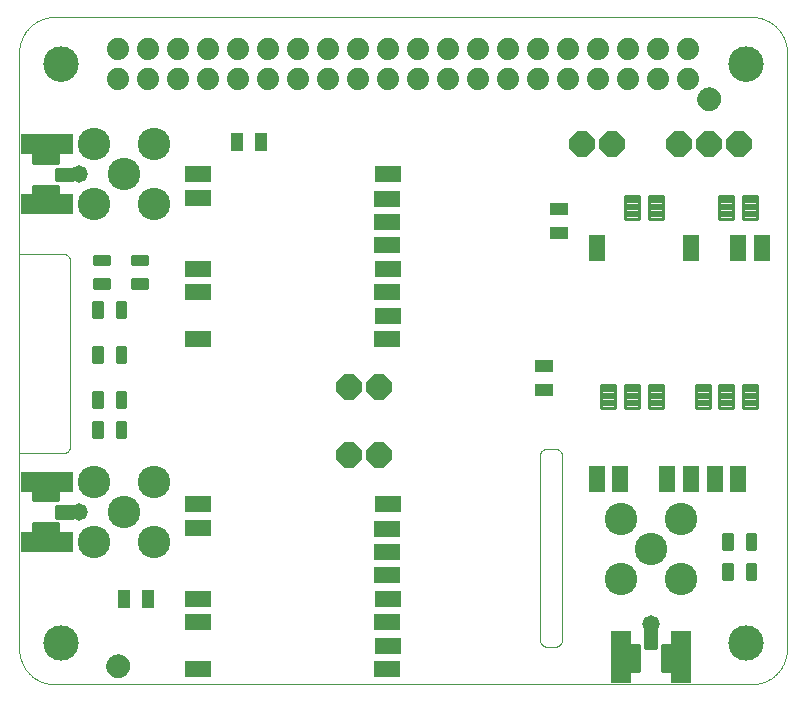
<source format=gts>
G75*
%MOIN*%
%OFA0B0*%
%FSLAX25Y25*%
%IPPOS*%
%LPD*%
%AMOC8*
5,1,8,0,0,1.08239X$1,22.5*
%
%ADD10C,0.00000*%
%ADD11C,0.11824*%
%ADD12C,0.07400*%
%ADD13C,0.04737*%
%ADD14C,0.01969*%
%ADD15R,0.08674X0.05800*%
%ADD16C,0.10800*%
%ADD17R,0.04350X0.05918*%
%ADD18OC8,0.08400*%
%ADD19C,0.01160*%
%ADD20R,0.05800X0.08674*%
%ADD21R,0.05918X0.04350*%
%ADD22C,0.00960*%
%ADD23C,0.05800*%
%ADD24R,0.17800X0.06800*%
%ADD25R,0.06800X0.17800*%
%ADD26C,0.00987*%
D10*
X0067595Y0040744D02*
X0067595Y0239563D01*
X0067598Y0239848D01*
X0067609Y0240134D01*
X0067626Y0240419D01*
X0067650Y0240703D01*
X0067681Y0240987D01*
X0067719Y0241270D01*
X0067764Y0241551D01*
X0067815Y0241832D01*
X0067873Y0242112D01*
X0067938Y0242390D01*
X0068010Y0242666D01*
X0068088Y0242940D01*
X0068173Y0243213D01*
X0068265Y0243483D01*
X0068363Y0243751D01*
X0068467Y0244017D01*
X0068578Y0244280D01*
X0068695Y0244540D01*
X0068818Y0244798D01*
X0068948Y0245052D01*
X0069084Y0245303D01*
X0069225Y0245551D01*
X0069373Y0245795D01*
X0069526Y0246036D01*
X0069686Y0246272D01*
X0069851Y0246505D01*
X0070021Y0246734D01*
X0070197Y0246959D01*
X0070379Y0247179D01*
X0070565Y0247395D01*
X0070757Y0247606D01*
X0070954Y0247813D01*
X0071156Y0248015D01*
X0071363Y0248212D01*
X0071574Y0248404D01*
X0071790Y0248590D01*
X0072010Y0248772D01*
X0072235Y0248948D01*
X0072464Y0249118D01*
X0072697Y0249283D01*
X0072933Y0249443D01*
X0073174Y0249596D01*
X0073418Y0249744D01*
X0073666Y0249885D01*
X0073917Y0250021D01*
X0074171Y0250151D01*
X0074429Y0250274D01*
X0074689Y0250391D01*
X0074952Y0250502D01*
X0075218Y0250606D01*
X0075486Y0250704D01*
X0075756Y0250796D01*
X0076029Y0250881D01*
X0076303Y0250959D01*
X0076579Y0251031D01*
X0076857Y0251096D01*
X0077137Y0251154D01*
X0077418Y0251205D01*
X0077699Y0251250D01*
X0077982Y0251288D01*
X0078266Y0251319D01*
X0078550Y0251343D01*
X0078835Y0251360D01*
X0079121Y0251371D01*
X0079406Y0251374D01*
X0311690Y0251374D01*
X0311975Y0251371D01*
X0312261Y0251360D01*
X0312546Y0251343D01*
X0312830Y0251319D01*
X0313114Y0251288D01*
X0313397Y0251250D01*
X0313678Y0251205D01*
X0313959Y0251154D01*
X0314239Y0251096D01*
X0314517Y0251031D01*
X0314793Y0250959D01*
X0315067Y0250881D01*
X0315340Y0250796D01*
X0315610Y0250704D01*
X0315878Y0250606D01*
X0316144Y0250502D01*
X0316407Y0250391D01*
X0316667Y0250274D01*
X0316925Y0250151D01*
X0317179Y0250021D01*
X0317430Y0249885D01*
X0317678Y0249744D01*
X0317922Y0249596D01*
X0318163Y0249443D01*
X0318399Y0249283D01*
X0318632Y0249118D01*
X0318861Y0248948D01*
X0319086Y0248772D01*
X0319306Y0248590D01*
X0319522Y0248404D01*
X0319733Y0248212D01*
X0319940Y0248015D01*
X0320142Y0247813D01*
X0320339Y0247606D01*
X0320531Y0247395D01*
X0320717Y0247179D01*
X0320899Y0246959D01*
X0321075Y0246734D01*
X0321245Y0246505D01*
X0321410Y0246272D01*
X0321570Y0246036D01*
X0321723Y0245795D01*
X0321871Y0245551D01*
X0322012Y0245303D01*
X0322148Y0245052D01*
X0322278Y0244798D01*
X0322401Y0244540D01*
X0322518Y0244280D01*
X0322629Y0244017D01*
X0322733Y0243751D01*
X0322831Y0243483D01*
X0322923Y0243213D01*
X0323008Y0242940D01*
X0323086Y0242666D01*
X0323158Y0242390D01*
X0323223Y0242112D01*
X0323281Y0241832D01*
X0323332Y0241551D01*
X0323377Y0241270D01*
X0323415Y0240987D01*
X0323446Y0240703D01*
X0323470Y0240419D01*
X0323487Y0240134D01*
X0323498Y0239848D01*
X0323501Y0239563D01*
X0323501Y0040744D01*
X0323498Y0040459D01*
X0323487Y0040173D01*
X0323470Y0039888D01*
X0323446Y0039604D01*
X0323415Y0039320D01*
X0323377Y0039037D01*
X0323332Y0038756D01*
X0323281Y0038475D01*
X0323223Y0038195D01*
X0323158Y0037917D01*
X0323086Y0037641D01*
X0323008Y0037367D01*
X0322923Y0037094D01*
X0322831Y0036824D01*
X0322733Y0036556D01*
X0322629Y0036290D01*
X0322518Y0036027D01*
X0322401Y0035767D01*
X0322278Y0035509D01*
X0322148Y0035255D01*
X0322012Y0035004D01*
X0321871Y0034756D01*
X0321723Y0034512D01*
X0321570Y0034271D01*
X0321410Y0034035D01*
X0321245Y0033802D01*
X0321075Y0033573D01*
X0320899Y0033348D01*
X0320717Y0033128D01*
X0320531Y0032912D01*
X0320339Y0032701D01*
X0320142Y0032494D01*
X0319940Y0032292D01*
X0319733Y0032095D01*
X0319522Y0031903D01*
X0319306Y0031717D01*
X0319086Y0031535D01*
X0318861Y0031359D01*
X0318632Y0031189D01*
X0318399Y0031024D01*
X0318163Y0030864D01*
X0317922Y0030711D01*
X0317678Y0030563D01*
X0317430Y0030422D01*
X0317179Y0030286D01*
X0316925Y0030156D01*
X0316667Y0030033D01*
X0316407Y0029916D01*
X0316144Y0029805D01*
X0315878Y0029701D01*
X0315610Y0029603D01*
X0315340Y0029511D01*
X0315067Y0029426D01*
X0314793Y0029348D01*
X0314517Y0029276D01*
X0314239Y0029211D01*
X0313959Y0029153D01*
X0313678Y0029102D01*
X0313397Y0029057D01*
X0313114Y0029019D01*
X0312830Y0028988D01*
X0312546Y0028964D01*
X0312261Y0028947D01*
X0311975Y0028936D01*
X0311690Y0028933D01*
X0079406Y0028933D01*
X0079121Y0028936D01*
X0078835Y0028947D01*
X0078550Y0028964D01*
X0078266Y0028988D01*
X0077982Y0029019D01*
X0077699Y0029057D01*
X0077418Y0029102D01*
X0077137Y0029153D01*
X0076857Y0029211D01*
X0076579Y0029276D01*
X0076303Y0029348D01*
X0076029Y0029426D01*
X0075756Y0029511D01*
X0075486Y0029603D01*
X0075218Y0029701D01*
X0074952Y0029805D01*
X0074689Y0029916D01*
X0074429Y0030033D01*
X0074171Y0030156D01*
X0073917Y0030286D01*
X0073666Y0030422D01*
X0073418Y0030563D01*
X0073174Y0030711D01*
X0072933Y0030864D01*
X0072697Y0031024D01*
X0072464Y0031189D01*
X0072235Y0031359D01*
X0072010Y0031535D01*
X0071790Y0031717D01*
X0071574Y0031903D01*
X0071363Y0032095D01*
X0071156Y0032292D01*
X0070954Y0032494D01*
X0070757Y0032701D01*
X0070565Y0032912D01*
X0070379Y0033128D01*
X0070197Y0033348D01*
X0070021Y0033573D01*
X0069851Y0033802D01*
X0069686Y0034035D01*
X0069526Y0034271D01*
X0069373Y0034512D01*
X0069225Y0034756D01*
X0069084Y0035004D01*
X0068948Y0035255D01*
X0068818Y0035509D01*
X0068695Y0035767D01*
X0068578Y0036027D01*
X0068467Y0036290D01*
X0068363Y0036556D01*
X0068265Y0036824D01*
X0068173Y0037094D01*
X0068088Y0037367D01*
X0068010Y0037641D01*
X0067938Y0037917D01*
X0067873Y0038195D01*
X0067815Y0038475D01*
X0067764Y0038756D01*
X0067719Y0039037D01*
X0067681Y0039320D01*
X0067650Y0039604D01*
X0067626Y0039888D01*
X0067609Y0040173D01*
X0067598Y0040459D01*
X0067595Y0040744D01*
X0075863Y0042713D02*
X0075865Y0042861D01*
X0075871Y0043009D01*
X0075881Y0043157D01*
X0075895Y0043304D01*
X0075913Y0043451D01*
X0075934Y0043597D01*
X0075960Y0043743D01*
X0075990Y0043888D01*
X0076023Y0044032D01*
X0076061Y0044175D01*
X0076102Y0044317D01*
X0076147Y0044458D01*
X0076195Y0044598D01*
X0076248Y0044737D01*
X0076304Y0044874D01*
X0076364Y0045009D01*
X0076427Y0045143D01*
X0076494Y0045275D01*
X0076565Y0045405D01*
X0076639Y0045533D01*
X0076716Y0045659D01*
X0076797Y0045783D01*
X0076881Y0045905D01*
X0076968Y0046024D01*
X0077059Y0046141D01*
X0077153Y0046256D01*
X0077249Y0046368D01*
X0077349Y0046478D01*
X0077451Y0046584D01*
X0077557Y0046688D01*
X0077665Y0046789D01*
X0077776Y0046887D01*
X0077889Y0046983D01*
X0078005Y0047075D01*
X0078123Y0047164D01*
X0078244Y0047249D01*
X0078367Y0047332D01*
X0078492Y0047411D01*
X0078619Y0047487D01*
X0078748Y0047559D01*
X0078879Y0047628D01*
X0079012Y0047693D01*
X0079147Y0047754D01*
X0079283Y0047812D01*
X0079420Y0047867D01*
X0079559Y0047917D01*
X0079700Y0047964D01*
X0079841Y0048007D01*
X0079984Y0048047D01*
X0080128Y0048082D01*
X0080272Y0048114D01*
X0080418Y0048141D01*
X0080564Y0048165D01*
X0080711Y0048185D01*
X0080858Y0048201D01*
X0081005Y0048213D01*
X0081153Y0048221D01*
X0081301Y0048225D01*
X0081449Y0048225D01*
X0081597Y0048221D01*
X0081745Y0048213D01*
X0081892Y0048201D01*
X0082039Y0048185D01*
X0082186Y0048165D01*
X0082332Y0048141D01*
X0082478Y0048114D01*
X0082622Y0048082D01*
X0082766Y0048047D01*
X0082909Y0048007D01*
X0083050Y0047964D01*
X0083191Y0047917D01*
X0083330Y0047867D01*
X0083467Y0047812D01*
X0083603Y0047754D01*
X0083738Y0047693D01*
X0083871Y0047628D01*
X0084002Y0047559D01*
X0084131Y0047487D01*
X0084258Y0047411D01*
X0084383Y0047332D01*
X0084506Y0047249D01*
X0084627Y0047164D01*
X0084745Y0047075D01*
X0084861Y0046983D01*
X0084974Y0046887D01*
X0085085Y0046789D01*
X0085193Y0046688D01*
X0085299Y0046584D01*
X0085401Y0046478D01*
X0085501Y0046368D01*
X0085597Y0046256D01*
X0085691Y0046141D01*
X0085782Y0046024D01*
X0085869Y0045905D01*
X0085953Y0045783D01*
X0086034Y0045659D01*
X0086111Y0045533D01*
X0086185Y0045405D01*
X0086256Y0045275D01*
X0086323Y0045143D01*
X0086386Y0045009D01*
X0086446Y0044874D01*
X0086502Y0044737D01*
X0086555Y0044598D01*
X0086603Y0044458D01*
X0086648Y0044317D01*
X0086689Y0044175D01*
X0086727Y0044032D01*
X0086760Y0043888D01*
X0086790Y0043743D01*
X0086816Y0043597D01*
X0086837Y0043451D01*
X0086855Y0043304D01*
X0086869Y0043157D01*
X0086879Y0043009D01*
X0086885Y0042861D01*
X0086887Y0042713D01*
X0086885Y0042565D01*
X0086879Y0042417D01*
X0086869Y0042269D01*
X0086855Y0042122D01*
X0086837Y0041975D01*
X0086816Y0041829D01*
X0086790Y0041683D01*
X0086760Y0041538D01*
X0086727Y0041394D01*
X0086689Y0041251D01*
X0086648Y0041109D01*
X0086603Y0040968D01*
X0086555Y0040828D01*
X0086502Y0040689D01*
X0086446Y0040552D01*
X0086386Y0040417D01*
X0086323Y0040283D01*
X0086256Y0040151D01*
X0086185Y0040021D01*
X0086111Y0039893D01*
X0086034Y0039767D01*
X0085953Y0039643D01*
X0085869Y0039521D01*
X0085782Y0039402D01*
X0085691Y0039285D01*
X0085597Y0039170D01*
X0085501Y0039058D01*
X0085401Y0038948D01*
X0085299Y0038842D01*
X0085193Y0038738D01*
X0085085Y0038637D01*
X0084974Y0038539D01*
X0084861Y0038443D01*
X0084745Y0038351D01*
X0084627Y0038262D01*
X0084506Y0038177D01*
X0084383Y0038094D01*
X0084258Y0038015D01*
X0084131Y0037939D01*
X0084002Y0037867D01*
X0083871Y0037798D01*
X0083738Y0037733D01*
X0083603Y0037672D01*
X0083467Y0037614D01*
X0083330Y0037559D01*
X0083191Y0037509D01*
X0083050Y0037462D01*
X0082909Y0037419D01*
X0082766Y0037379D01*
X0082622Y0037344D01*
X0082478Y0037312D01*
X0082332Y0037285D01*
X0082186Y0037261D01*
X0082039Y0037241D01*
X0081892Y0037225D01*
X0081745Y0037213D01*
X0081597Y0037205D01*
X0081449Y0037201D01*
X0081301Y0037201D01*
X0081153Y0037205D01*
X0081005Y0037213D01*
X0080858Y0037225D01*
X0080711Y0037241D01*
X0080564Y0037261D01*
X0080418Y0037285D01*
X0080272Y0037312D01*
X0080128Y0037344D01*
X0079984Y0037379D01*
X0079841Y0037419D01*
X0079700Y0037462D01*
X0079559Y0037509D01*
X0079420Y0037559D01*
X0079283Y0037614D01*
X0079147Y0037672D01*
X0079012Y0037733D01*
X0078879Y0037798D01*
X0078748Y0037867D01*
X0078619Y0037939D01*
X0078492Y0038015D01*
X0078367Y0038094D01*
X0078244Y0038177D01*
X0078123Y0038262D01*
X0078005Y0038351D01*
X0077889Y0038443D01*
X0077776Y0038539D01*
X0077665Y0038637D01*
X0077557Y0038738D01*
X0077451Y0038842D01*
X0077349Y0038948D01*
X0077249Y0039058D01*
X0077153Y0039170D01*
X0077059Y0039285D01*
X0076968Y0039402D01*
X0076881Y0039521D01*
X0076797Y0039643D01*
X0076716Y0039767D01*
X0076639Y0039893D01*
X0076565Y0040021D01*
X0076494Y0040151D01*
X0076427Y0040283D01*
X0076364Y0040417D01*
X0076304Y0040552D01*
X0076248Y0040689D01*
X0076195Y0040828D01*
X0076147Y0040968D01*
X0076102Y0041109D01*
X0076061Y0041251D01*
X0076023Y0041394D01*
X0075990Y0041538D01*
X0075960Y0041683D01*
X0075934Y0041829D01*
X0075913Y0041975D01*
X0075895Y0042122D01*
X0075881Y0042269D01*
X0075871Y0042417D01*
X0075865Y0042565D01*
X0075863Y0042713D01*
X0082095Y0105933D02*
X0067595Y0105933D01*
X0067595Y0106433D01*
X0082095Y0105933D02*
X0082193Y0105935D01*
X0082291Y0105941D01*
X0082389Y0105950D01*
X0082486Y0105964D01*
X0082583Y0105981D01*
X0082679Y0106002D01*
X0082774Y0106027D01*
X0082868Y0106055D01*
X0082960Y0106088D01*
X0083052Y0106123D01*
X0083142Y0106163D01*
X0083230Y0106205D01*
X0083317Y0106252D01*
X0083401Y0106301D01*
X0083484Y0106354D01*
X0083564Y0106410D01*
X0083643Y0106470D01*
X0083719Y0106532D01*
X0083792Y0106597D01*
X0083863Y0106665D01*
X0083931Y0106736D01*
X0083996Y0106809D01*
X0084058Y0106885D01*
X0084118Y0106964D01*
X0084174Y0107044D01*
X0084227Y0107127D01*
X0084276Y0107211D01*
X0084323Y0107298D01*
X0084365Y0107386D01*
X0084405Y0107476D01*
X0084440Y0107568D01*
X0084473Y0107660D01*
X0084501Y0107754D01*
X0084526Y0107849D01*
X0084547Y0107945D01*
X0084564Y0108042D01*
X0084578Y0108139D01*
X0084587Y0108237D01*
X0084593Y0108335D01*
X0084595Y0108433D01*
X0084595Y0169933D01*
X0084593Y0170031D01*
X0084587Y0170129D01*
X0084578Y0170227D01*
X0084564Y0170324D01*
X0084547Y0170421D01*
X0084526Y0170517D01*
X0084501Y0170612D01*
X0084473Y0170706D01*
X0084440Y0170798D01*
X0084405Y0170890D01*
X0084365Y0170980D01*
X0084323Y0171068D01*
X0084276Y0171155D01*
X0084227Y0171239D01*
X0084174Y0171322D01*
X0084118Y0171402D01*
X0084058Y0171481D01*
X0083996Y0171557D01*
X0083931Y0171630D01*
X0083863Y0171701D01*
X0083792Y0171769D01*
X0083719Y0171834D01*
X0083643Y0171896D01*
X0083564Y0171956D01*
X0083484Y0172012D01*
X0083401Y0172065D01*
X0083317Y0172114D01*
X0083230Y0172161D01*
X0083142Y0172203D01*
X0083052Y0172243D01*
X0082960Y0172278D01*
X0082868Y0172311D01*
X0082774Y0172339D01*
X0082679Y0172364D01*
X0082583Y0172385D01*
X0082486Y0172402D01*
X0082389Y0172416D01*
X0082291Y0172425D01*
X0082193Y0172431D01*
X0082095Y0172433D01*
X0067595Y0172433D01*
X0075863Y0235626D02*
X0075865Y0235774D01*
X0075871Y0235922D01*
X0075881Y0236070D01*
X0075895Y0236217D01*
X0075913Y0236364D01*
X0075934Y0236510D01*
X0075960Y0236656D01*
X0075990Y0236801D01*
X0076023Y0236945D01*
X0076061Y0237088D01*
X0076102Y0237230D01*
X0076147Y0237371D01*
X0076195Y0237511D01*
X0076248Y0237650D01*
X0076304Y0237787D01*
X0076364Y0237922D01*
X0076427Y0238056D01*
X0076494Y0238188D01*
X0076565Y0238318D01*
X0076639Y0238446D01*
X0076716Y0238572D01*
X0076797Y0238696D01*
X0076881Y0238818D01*
X0076968Y0238937D01*
X0077059Y0239054D01*
X0077153Y0239169D01*
X0077249Y0239281D01*
X0077349Y0239391D01*
X0077451Y0239497D01*
X0077557Y0239601D01*
X0077665Y0239702D01*
X0077776Y0239800D01*
X0077889Y0239896D01*
X0078005Y0239988D01*
X0078123Y0240077D01*
X0078244Y0240162D01*
X0078367Y0240245D01*
X0078492Y0240324D01*
X0078619Y0240400D01*
X0078748Y0240472D01*
X0078879Y0240541D01*
X0079012Y0240606D01*
X0079147Y0240667D01*
X0079283Y0240725D01*
X0079420Y0240780D01*
X0079559Y0240830D01*
X0079700Y0240877D01*
X0079841Y0240920D01*
X0079984Y0240960D01*
X0080128Y0240995D01*
X0080272Y0241027D01*
X0080418Y0241054D01*
X0080564Y0241078D01*
X0080711Y0241098D01*
X0080858Y0241114D01*
X0081005Y0241126D01*
X0081153Y0241134D01*
X0081301Y0241138D01*
X0081449Y0241138D01*
X0081597Y0241134D01*
X0081745Y0241126D01*
X0081892Y0241114D01*
X0082039Y0241098D01*
X0082186Y0241078D01*
X0082332Y0241054D01*
X0082478Y0241027D01*
X0082622Y0240995D01*
X0082766Y0240960D01*
X0082909Y0240920D01*
X0083050Y0240877D01*
X0083191Y0240830D01*
X0083330Y0240780D01*
X0083467Y0240725D01*
X0083603Y0240667D01*
X0083738Y0240606D01*
X0083871Y0240541D01*
X0084002Y0240472D01*
X0084131Y0240400D01*
X0084258Y0240324D01*
X0084383Y0240245D01*
X0084506Y0240162D01*
X0084627Y0240077D01*
X0084745Y0239988D01*
X0084861Y0239896D01*
X0084974Y0239800D01*
X0085085Y0239702D01*
X0085193Y0239601D01*
X0085299Y0239497D01*
X0085401Y0239391D01*
X0085501Y0239281D01*
X0085597Y0239169D01*
X0085691Y0239054D01*
X0085782Y0238937D01*
X0085869Y0238818D01*
X0085953Y0238696D01*
X0086034Y0238572D01*
X0086111Y0238446D01*
X0086185Y0238318D01*
X0086256Y0238188D01*
X0086323Y0238056D01*
X0086386Y0237922D01*
X0086446Y0237787D01*
X0086502Y0237650D01*
X0086555Y0237511D01*
X0086603Y0237371D01*
X0086648Y0237230D01*
X0086689Y0237088D01*
X0086727Y0236945D01*
X0086760Y0236801D01*
X0086790Y0236656D01*
X0086816Y0236510D01*
X0086837Y0236364D01*
X0086855Y0236217D01*
X0086869Y0236070D01*
X0086879Y0235922D01*
X0086885Y0235774D01*
X0086887Y0235626D01*
X0086885Y0235478D01*
X0086879Y0235330D01*
X0086869Y0235182D01*
X0086855Y0235035D01*
X0086837Y0234888D01*
X0086816Y0234742D01*
X0086790Y0234596D01*
X0086760Y0234451D01*
X0086727Y0234307D01*
X0086689Y0234164D01*
X0086648Y0234022D01*
X0086603Y0233881D01*
X0086555Y0233741D01*
X0086502Y0233602D01*
X0086446Y0233465D01*
X0086386Y0233330D01*
X0086323Y0233196D01*
X0086256Y0233064D01*
X0086185Y0232934D01*
X0086111Y0232806D01*
X0086034Y0232680D01*
X0085953Y0232556D01*
X0085869Y0232434D01*
X0085782Y0232315D01*
X0085691Y0232198D01*
X0085597Y0232083D01*
X0085501Y0231971D01*
X0085401Y0231861D01*
X0085299Y0231755D01*
X0085193Y0231651D01*
X0085085Y0231550D01*
X0084974Y0231452D01*
X0084861Y0231356D01*
X0084745Y0231264D01*
X0084627Y0231175D01*
X0084506Y0231090D01*
X0084383Y0231007D01*
X0084258Y0230928D01*
X0084131Y0230852D01*
X0084002Y0230780D01*
X0083871Y0230711D01*
X0083738Y0230646D01*
X0083603Y0230585D01*
X0083467Y0230527D01*
X0083330Y0230472D01*
X0083191Y0230422D01*
X0083050Y0230375D01*
X0082909Y0230332D01*
X0082766Y0230292D01*
X0082622Y0230257D01*
X0082478Y0230225D01*
X0082332Y0230198D01*
X0082186Y0230174D01*
X0082039Y0230154D01*
X0081892Y0230138D01*
X0081745Y0230126D01*
X0081597Y0230118D01*
X0081449Y0230114D01*
X0081301Y0230114D01*
X0081153Y0230118D01*
X0081005Y0230126D01*
X0080858Y0230138D01*
X0080711Y0230154D01*
X0080564Y0230174D01*
X0080418Y0230198D01*
X0080272Y0230225D01*
X0080128Y0230257D01*
X0079984Y0230292D01*
X0079841Y0230332D01*
X0079700Y0230375D01*
X0079559Y0230422D01*
X0079420Y0230472D01*
X0079283Y0230527D01*
X0079147Y0230585D01*
X0079012Y0230646D01*
X0078879Y0230711D01*
X0078748Y0230780D01*
X0078619Y0230852D01*
X0078492Y0230928D01*
X0078367Y0231007D01*
X0078244Y0231090D01*
X0078123Y0231175D01*
X0078005Y0231264D01*
X0077889Y0231356D01*
X0077776Y0231452D01*
X0077665Y0231550D01*
X0077557Y0231651D01*
X0077451Y0231755D01*
X0077349Y0231861D01*
X0077249Y0231971D01*
X0077153Y0232083D01*
X0077059Y0232198D01*
X0076968Y0232315D01*
X0076881Y0232434D01*
X0076797Y0232556D01*
X0076716Y0232680D01*
X0076639Y0232806D01*
X0076565Y0232934D01*
X0076494Y0233064D01*
X0076427Y0233196D01*
X0076364Y0233330D01*
X0076304Y0233465D01*
X0076248Y0233602D01*
X0076195Y0233741D01*
X0076147Y0233881D01*
X0076102Y0234022D01*
X0076061Y0234164D01*
X0076023Y0234307D01*
X0075990Y0234451D01*
X0075960Y0234596D01*
X0075934Y0234742D01*
X0075913Y0234888D01*
X0075895Y0235035D01*
X0075881Y0235182D01*
X0075871Y0235330D01*
X0075865Y0235478D01*
X0075863Y0235626D01*
X0241095Y0104933D02*
X0241095Y0043933D01*
X0241097Y0043835D01*
X0241103Y0043737D01*
X0241112Y0043639D01*
X0241126Y0043542D01*
X0241143Y0043445D01*
X0241164Y0043349D01*
X0241189Y0043254D01*
X0241217Y0043160D01*
X0241250Y0043068D01*
X0241285Y0042976D01*
X0241325Y0042886D01*
X0241367Y0042798D01*
X0241414Y0042711D01*
X0241463Y0042627D01*
X0241516Y0042544D01*
X0241572Y0042464D01*
X0241632Y0042385D01*
X0241694Y0042309D01*
X0241759Y0042236D01*
X0241827Y0042165D01*
X0241898Y0042097D01*
X0241971Y0042032D01*
X0242047Y0041970D01*
X0242126Y0041910D01*
X0242206Y0041854D01*
X0242289Y0041801D01*
X0242373Y0041752D01*
X0242460Y0041705D01*
X0242548Y0041663D01*
X0242638Y0041623D01*
X0242730Y0041588D01*
X0242822Y0041555D01*
X0242916Y0041527D01*
X0243011Y0041502D01*
X0243107Y0041481D01*
X0243204Y0041464D01*
X0243301Y0041450D01*
X0243399Y0041441D01*
X0243497Y0041435D01*
X0243595Y0041433D01*
X0246095Y0041433D01*
X0246193Y0041435D01*
X0246291Y0041441D01*
X0246389Y0041450D01*
X0246486Y0041464D01*
X0246583Y0041481D01*
X0246679Y0041502D01*
X0246774Y0041527D01*
X0246868Y0041555D01*
X0246960Y0041588D01*
X0247052Y0041623D01*
X0247142Y0041663D01*
X0247230Y0041705D01*
X0247317Y0041752D01*
X0247401Y0041801D01*
X0247484Y0041854D01*
X0247564Y0041910D01*
X0247643Y0041970D01*
X0247719Y0042032D01*
X0247792Y0042097D01*
X0247863Y0042165D01*
X0247931Y0042236D01*
X0247996Y0042309D01*
X0248058Y0042385D01*
X0248118Y0042464D01*
X0248174Y0042544D01*
X0248227Y0042627D01*
X0248276Y0042711D01*
X0248323Y0042798D01*
X0248365Y0042886D01*
X0248405Y0042976D01*
X0248440Y0043068D01*
X0248473Y0043160D01*
X0248501Y0043254D01*
X0248526Y0043349D01*
X0248547Y0043445D01*
X0248564Y0043542D01*
X0248578Y0043639D01*
X0248587Y0043737D01*
X0248593Y0043835D01*
X0248595Y0043933D01*
X0248595Y0104933D01*
X0248593Y0105031D01*
X0248587Y0105129D01*
X0248578Y0105227D01*
X0248564Y0105324D01*
X0248547Y0105421D01*
X0248526Y0105517D01*
X0248501Y0105612D01*
X0248473Y0105706D01*
X0248440Y0105798D01*
X0248405Y0105890D01*
X0248365Y0105980D01*
X0248323Y0106068D01*
X0248276Y0106155D01*
X0248227Y0106239D01*
X0248174Y0106322D01*
X0248118Y0106402D01*
X0248058Y0106481D01*
X0247996Y0106557D01*
X0247931Y0106630D01*
X0247863Y0106701D01*
X0247792Y0106769D01*
X0247719Y0106834D01*
X0247643Y0106896D01*
X0247564Y0106956D01*
X0247484Y0107012D01*
X0247401Y0107065D01*
X0247317Y0107114D01*
X0247230Y0107161D01*
X0247142Y0107203D01*
X0247052Y0107243D01*
X0246960Y0107278D01*
X0246868Y0107311D01*
X0246774Y0107339D01*
X0246679Y0107364D01*
X0246583Y0107385D01*
X0246486Y0107402D01*
X0246389Y0107416D01*
X0246291Y0107425D01*
X0246193Y0107431D01*
X0246095Y0107433D01*
X0243595Y0107433D01*
X0243497Y0107431D01*
X0243399Y0107425D01*
X0243301Y0107416D01*
X0243204Y0107402D01*
X0243107Y0107385D01*
X0243011Y0107364D01*
X0242916Y0107339D01*
X0242822Y0107311D01*
X0242730Y0107278D01*
X0242638Y0107243D01*
X0242548Y0107203D01*
X0242460Y0107161D01*
X0242373Y0107114D01*
X0242289Y0107065D01*
X0242206Y0107012D01*
X0242126Y0106956D01*
X0242047Y0106896D01*
X0241971Y0106834D01*
X0241898Y0106769D01*
X0241827Y0106701D01*
X0241759Y0106630D01*
X0241694Y0106557D01*
X0241632Y0106481D01*
X0241572Y0106402D01*
X0241516Y0106322D01*
X0241463Y0106239D01*
X0241414Y0106155D01*
X0241367Y0106068D01*
X0241325Y0105980D01*
X0241285Y0105890D01*
X0241250Y0105798D01*
X0241217Y0105706D01*
X0241189Y0105612D01*
X0241164Y0105517D01*
X0241143Y0105421D01*
X0241126Y0105324D01*
X0241112Y0105227D01*
X0241103Y0105129D01*
X0241097Y0105031D01*
X0241095Y0104933D01*
X0304209Y0042713D02*
X0304211Y0042861D01*
X0304217Y0043009D01*
X0304227Y0043157D01*
X0304241Y0043304D01*
X0304259Y0043451D01*
X0304280Y0043597D01*
X0304306Y0043743D01*
X0304336Y0043888D01*
X0304369Y0044032D01*
X0304407Y0044175D01*
X0304448Y0044317D01*
X0304493Y0044458D01*
X0304541Y0044598D01*
X0304594Y0044737D01*
X0304650Y0044874D01*
X0304710Y0045009D01*
X0304773Y0045143D01*
X0304840Y0045275D01*
X0304911Y0045405D01*
X0304985Y0045533D01*
X0305062Y0045659D01*
X0305143Y0045783D01*
X0305227Y0045905D01*
X0305314Y0046024D01*
X0305405Y0046141D01*
X0305499Y0046256D01*
X0305595Y0046368D01*
X0305695Y0046478D01*
X0305797Y0046584D01*
X0305903Y0046688D01*
X0306011Y0046789D01*
X0306122Y0046887D01*
X0306235Y0046983D01*
X0306351Y0047075D01*
X0306469Y0047164D01*
X0306590Y0047249D01*
X0306713Y0047332D01*
X0306838Y0047411D01*
X0306965Y0047487D01*
X0307094Y0047559D01*
X0307225Y0047628D01*
X0307358Y0047693D01*
X0307493Y0047754D01*
X0307629Y0047812D01*
X0307766Y0047867D01*
X0307905Y0047917D01*
X0308046Y0047964D01*
X0308187Y0048007D01*
X0308330Y0048047D01*
X0308474Y0048082D01*
X0308618Y0048114D01*
X0308764Y0048141D01*
X0308910Y0048165D01*
X0309057Y0048185D01*
X0309204Y0048201D01*
X0309351Y0048213D01*
X0309499Y0048221D01*
X0309647Y0048225D01*
X0309795Y0048225D01*
X0309943Y0048221D01*
X0310091Y0048213D01*
X0310238Y0048201D01*
X0310385Y0048185D01*
X0310532Y0048165D01*
X0310678Y0048141D01*
X0310824Y0048114D01*
X0310968Y0048082D01*
X0311112Y0048047D01*
X0311255Y0048007D01*
X0311396Y0047964D01*
X0311537Y0047917D01*
X0311676Y0047867D01*
X0311813Y0047812D01*
X0311949Y0047754D01*
X0312084Y0047693D01*
X0312217Y0047628D01*
X0312348Y0047559D01*
X0312477Y0047487D01*
X0312604Y0047411D01*
X0312729Y0047332D01*
X0312852Y0047249D01*
X0312973Y0047164D01*
X0313091Y0047075D01*
X0313207Y0046983D01*
X0313320Y0046887D01*
X0313431Y0046789D01*
X0313539Y0046688D01*
X0313645Y0046584D01*
X0313747Y0046478D01*
X0313847Y0046368D01*
X0313943Y0046256D01*
X0314037Y0046141D01*
X0314128Y0046024D01*
X0314215Y0045905D01*
X0314299Y0045783D01*
X0314380Y0045659D01*
X0314457Y0045533D01*
X0314531Y0045405D01*
X0314602Y0045275D01*
X0314669Y0045143D01*
X0314732Y0045009D01*
X0314792Y0044874D01*
X0314848Y0044737D01*
X0314901Y0044598D01*
X0314949Y0044458D01*
X0314994Y0044317D01*
X0315035Y0044175D01*
X0315073Y0044032D01*
X0315106Y0043888D01*
X0315136Y0043743D01*
X0315162Y0043597D01*
X0315183Y0043451D01*
X0315201Y0043304D01*
X0315215Y0043157D01*
X0315225Y0043009D01*
X0315231Y0042861D01*
X0315233Y0042713D01*
X0315231Y0042565D01*
X0315225Y0042417D01*
X0315215Y0042269D01*
X0315201Y0042122D01*
X0315183Y0041975D01*
X0315162Y0041829D01*
X0315136Y0041683D01*
X0315106Y0041538D01*
X0315073Y0041394D01*
X0315035Y0041251D01*
X0314994Y0041109D01*
X0314949Y0040968D01*
X0314901Y0040828D01*
X0314848Y0040689D01*
X0314792Y0040552D01*
X0314732Y0040417D01*
X0314669Y0040283D01*
X0314602Y0040151D01*
X0314531Y0040021D01*
X0314457Y0039893D01*
X0314380Y0039767D01*
X0314299Y0039643D01*
X0314215Y0039521D01*
X0314128Y0039402D01*
X0314037Y0039285D01*
X0313943Y0039170D01*
X0313847Y0039058D01*
X0313747Y0038948D01*
X0313645Y0038842D01*
X0313539Y0038738D01*
X0313431Y0038637D01*
X0313320Y0038539D01*
X0313207Y0038443D01*
X0313091Y0038351D01*
X0312973Y0038262D01*
X0312852Y0038177D01*
X0312729Y0038094D01*
X0312604Y0038015D01*
X0312477Y0037939D01*
X0312348Y0037867D01*
X0312217Y0037798D01*
X0312084Y0037733D01*
X0311949Y0037672D01*
X0311813Y0037614D01*
X0311676Y0037559D01*
X0311537Y0037509D01*
X0311396Y0037462D01*
X0311255Y0037419D01*
X0311112Y0037379D01*
X0310968Y0037344D01*
X0310824Y0037312D01*
X0310678Y0037285D01*
X0310532Y0037261D01*
X0310385Y0037241D01*
X0310238Y0037225D01*
X0310091Y0037213D01*
X0309943Y0037205D01*
X0309795Y0037201D01*
X0309647Y0037201D01*
X0309499Y0037205D01*
X0309351Y0037213D01*
X0309204Y0037225D01*
X0309057Y0037241D01*
X0308910Y0037261D01*
X0308764Y0037285D01*
X0308618Y0037312D01*
X0308474Y0037344D01*
X0308330Y0037379D01*
X0308187Y0037419D01*
X0308046Y0037462D01*
X0307905Y0037509D01*
X0307766Y0037559D01*
X0307629Y0037614D01*
X0307493Y0037672D01*
X0307358Y0037733D01*
X0307225Y0037798D01*
X0307094Y0037867D01*
X0306965Y0037939D01*
X0306838Y0038015D01*
X0306713Y0038094D01*
X0306590Y0038177D01*
X0306469Y0038262D01*
X0306351Y0038351D01*
X0306235Y0038443D01*
X0306122Y0038539D01*
X0306011Y0038637D01*
X0305903Y0038738D01*
X0305797Y0038842D01*
X0305695Y0038948D01*
X0305595Y0039058D01*
X0305499Y0039170D01*
X0305405Y0039285D01*
X0305314Y0039402D01*
X0305227Y0039521D01*
X0305143Y0039643D01*
X0305062Y0039767D01*
X0304985Y0039893D01*
X0304911Y0040021D01*
X0304840Y0040151D01*
X0304773Y0040283D01*
X0304710Y0040417D01*
X0304650Y0040552D01*
X0304594Y0040689D01*
X0304541Y0040828D01*
X0304493Y0040968D01*
X0304448Y0041109D01*
X0304407Y0041251D01*
X0304369Y0041394D01*
X0304336Y0041538D01*
X0304306Y0041683D01*
X0304280Y0041829D01*
X0304259Y0041975D01*
X0304241Y0042122D01*
X0304227Y0042269D01*
X0304217Y0042417D01*
X0304211Y0042565D01*
X0304209Y0042713D01*
X0304209Y0235626D02*
X0304211Y0235774D01*
X0304217Y0235922D01*
X0304227Y0236070D01*
X0304241Y0236217D01*
X0304259Y0236364D01*
X0304280Y0236510D01*
X0304306Y0236656D01*
X0304336Y0236801D01*
X0304369Y0236945D01*
X0304407Y0237088D01*
X0304448Y0237230D01*
X0304493Y0237371D01*
X0304541Y0237511D01*
X0304594Y0237650D01*
X0304650Y0237787D01*
X0304710Y0237922D01*
X0304773Y0238056D01*
X0304840Y0238188D01*
X0304911Y0238318D01*
X0304985Y0238446D01*
X0305062Y0238572D01*
X0305143Y0238696D01*
X0305227Y0238818D01*
X0305314Y0238937D01*
X0305405Y0239054D01*
X0305499Y0239169D01*
X0305595Y0239281D01*
X0305695Y0239391D01*
X0305797Y0239497D01*
X0305903Y0239601D01*
X0306011Y0239702D01*
X0306122Y0239800D01*
X0306235Y0239896D01*
X0306351Y0239988D01*
X0306469Y0240077D01*
X0306590Y0240162D01*
X0306713Y0240245D01*
X0306838Y0240324D01*
X0306965Y0240400D01*
X0307094Y0240472D01*
X0307225Y0240541D01*
X0307358Y0240606D01*
X0307493Y0240667D01*
X0307629Y0240725D01*
X0307766Y0240780D01*
X0307905Y0240830D01*
X0308046Y0240877D01*
X0308187Y0240920D01*
X0308330Y0240960D01*
X0308474Y0240995D01*
X0308618Y0241027D01*
X0308764Y0241054D01*
X0308910Y0241078D01*
X0309057Y0241098D01*
X0309204Y0241114D01*
X0309351Y0241126D01*
X0309499Y0241134D01*
X0309647Y0241138D01*
X0309795Y0241138D01*
X0309943Y0241134D01*
X0310091Y0241126D01*
X0310238Y0241114D01*
X0310385Y0241098D01*
X0310532Y0241078D01*
X0310678Y0241054D01*
X0310824Y0241027D01*
X0310968Y0240995D01*
X0311112Y0240960D01*
X0311255Y0240920D01*
X0311396Y0240877D01*
X0311537Y0240830D01*
X0311676Y0240780D01*
X0311813Y0240725D01*
X0311949Y0240667D01*
X0312084Y0240606D01*
X0312217Y0240541D01*
X0312348Y0240472D01*
X0312477Y0240400D01*
X0312604Y0240324D01*
X0312729Y0240245D01*
X0312852Y0240162D01*
X0312973Y0240077D01*
X0313091Y0239988D01*
X0313207Y0239896D01*
X0313320Y0239800D01*
X0313431Y0239702D01*
X0313539Y0239601D01*
X0313645Y0239497D01*
X0313747Y0239391D01*
X0313847Y0239281D01*
X0313943Y0239169D01*
X0314037Y0239054D01*
X0314128Y0238937D01*
X0314215Y0238818D01*
X0314299Y0238696D01*
X0314380Y0238572D01*
X0314457Y0238446D01*
X0314531Y0238318D01*
X0314602Y0238188D01*
X0314669Y0238056D01*
X0314732Y0237922D01*
X0314792Y0237787D01*
X0314848Y0237650D01*
X0314901Y0237511D01*
X0314949Y0237371D01*
X0314994Y0237230D01*
X0315035Y0237088D01*
X0315073Y0236945D01*
X0315106Y0236801D01*
X0315136Y0236656D01*
X0315162Y0236510D01*
X0315183Y0236364D01*
X0315201Y0236217D01*
X0315215Y0236070D01*
X0315225Y0235922D01*
X0315231Y0235774D01*
X0315233Y0235626D01*
X0315231Y0235478D01*
X0315225Y0235330D01*
X0315215Y0235182D01*
X0315201Y0235035D01*
X0315183Y0234888D01*
X0315162Y0234742D01*
X0315136Y0234596D01*
X0315106Y0234451D01*
X0315073Y0234307D01*
X0315035Y0234164D01*
X0314994Y0234022D01*
X0314949Y0233881D01*
X0314901Y0233741D01*
X0314848Y0233602D01*
X0314792Y0233465D01*
X0314732Y0233330D01*
X0314669Y0233196D01*
X0314602Y0233064D01*
X0314531Y0232934D01*
X0314457Y0232806D01*
X0314380Y0232680D01*
X0314299Y0232556D01*
X0314215Y0232434D01*
X0314128Y0232315D01*
X0314037Y0232198D01*
X0313943Y0232083D01*
X0313847Y0231971D01*
X0313747Y0231861D01*
X0313645Y0231755D01*
X0313539Y0231651D01*
X0313431Y0231550D01*
X0313320Y0231452D01*
X0313207Y0231356D01*
X0313091Y0231264D01*
X0312973Y0231175D01*
X0312852Y0231090D01*
X0312729Y0231007D01*
X0312604Y0230928D01*
X0312477Y0230852D01*
X0312348Y0230780D01*
X0312217Y0230711D01*
X0312084Y0230646D01*
X0311949Y0230585D01*
X0311813Y0230527D01*
X0311676Y0230472D01*
X0311537Y0230422D01*
X0311396Y0230375D01*
X0311255Y0230332D01*
X0311112Y0230292D01*
X0310968Y0230257D01*
X0310824Y0230225D01*
X0310678Y0230198D01*
X0310532Y0230174D01*
X0310385Y0230154D01*
X0310238Y0230138D01*
X0310091Y0230126D01*
X0309943Y0230118D01*
X0309795Y0230114D01*
X0309647Y0230114D01*
X0309499Y0230118D01*
X0309351Y0230126D01*
X0309204Y0230138D01*
X0309057Y0230154D01*
X0308910Y0230174D01*
X0308764Y0230198D01*
X0308618Y0230225D01*
X0308474Y0230257D01*
X0308330Y0230292D01*
X0308187Y0230332D01*
X0308046Y0230375D01*
X0307905Y0230422D01*
X0307766Y0230472D01*
X0307629Y0230527D01*
X0307493Y0230585D01*
X0307358Y0230646D01*
X0307225Y0230711D01*
X0307094Y0230780D01*
X0306965Y0230852D01*
X0306838Y0230928D01*
X0306713Y0231007D01*
X0306590Y0231090D01*
X0306469Y0231175D01*
X0306351Y0231264D01*
X0306235Y0231356D01*
X0306122Y0231452D01*
X0306011Y0231550D01*
X0305903Y0231651D01*
X0305797Y0231755D01*
X0305695Y0231861D01*
X0305595Y0231971D01*
X0305499Y0232083D01*
X0305405Y0232198D01*
X0305314Y0232315D01*
X0305227Y0232434D01*
X0305143Y0232556D01*
X0305062Y0232680D01*
X0304985Y0232806D01*
X0304911Y0232934D01*
X0304840Y0233064D01*
X0304773Y0233196D01*
X0304710Y0233330D01*
X0304650Y0233465D01*
X0304594Y0233602D01*
X0304541Y0233741D01*
X0304493Y0233881D01*
X0304448Y0234022D01*
X0304407Y0234164D01*
X0304369Y0234307D01*
X0304336Y0234451D01*
X0304306Y0234596D01*
X0304280Y0234742D01*
X0304259Y0234888D01*
X0304241Y0235035D01*
X0304227Y0235182D01*
X0304217Y0235330D01*
X0304211Y0235478D01*
X0304209Y0235626D01*
D11*
X0309721Y0235626D03*
X0081375Y0235626D03*
X0081375Y0042713D03*
X0309721Y0042713D03*
D12*
X0290548Y0230626D03*
X0280548Y0230626D03*
X0270548Y0230626D03*
X0260548Y0230626D03*
X0250548Y0230626D03*
X0240548Y0230626D03*
X0230548Y0230626D03*
X0220548Y0230626D03*
X0210548Y0230626D03*
X0200548Y0230626D03*
X0190548Y0230626D03*
X0180548Y0230626D03*
X0170548Y0230626D03*
X0160548Y0230626D03*
X0150548Y0230626D03*
X0140548Y0230626D03*
X0130548Y0230626D03*
X0120548Y0230626D03*
X0110548Y0230626D03*
X0100548Y0230626D03*
X0100548Y0240626D03*
X0110548Y0240626D03*
X0120548Y0240626D03*
X0130548Y0240626D03*
X0140548Y0240626D03*
X0150548Y0240626D03*
X0160548Y0240626D03*
X0170548Y0240626D03*
X0180548Y0240626D03*
X0190548Y0240626D03*
X0200548Y0240626D03*
X0210548Y0240626D03*
X0220548Y0240626D03*
X0230548Y0240626D03*
X0240548Y0240626D03*
X0250548Y0240626D03*
X0260548Y0240626D03*
X0270548Y0240626D03*
X0280548Y0240626D03*
X0290548Y0240626D03*
D13*
X0297595Y0223933D03*
X0100595Y0034933D03*
D14*
X0097642Y0034933D02*
X0097644Y0034825D01*
X0097650Y0034717D01*
X0097660Y0034610D01*
X0097673Y0034503D01*
X0097691Y0034397D01*
X0097713Y0034291D01*
X0097738Y0034186D01*
X0097767Y0034082D01*
X0097800Y0033980D01*
X0097837Y0033878D01*
X0097877Y0033778D01*
X0097921Y0033680D01*
X0097969Y0033583D01*
X0098020Y0033488D01*
X0098074Y0033395D01*
X0098132Y0033304D01*
X0098193Y0033215D01*
X0098258Y0033128D01*
X0098325Y0033044D01*
X0098396Y0032962D01*
X0098469Y0032883D01*
X0098545Y0032807D01*
X0098624Y0032734D01*
X0098706Y0032663D01*
X0098790Y0032596D01*
X0098877Y0032531D01*
X0098966Y0032470D01*
X0099057Y0032412D01*
X0099150Y0032358D01*
X0099245Y0032307D01*
X0099342Y0032259D01*
X0099440Y0032215D01*
X0099540Y0032175D01*
X0099642Y0032138D01*
X0099744Y0032105D01*
X0099848Y0032076D01*
X0099953Y0032051D01*
X0100059Y0032029D01*
X0100165Y0032011D01*
X0100272Y0031998D01*
X0100379Y0031988D01*
X0100487Y0031982D01*
X0100595Y0031980D01*
X0100703Y0031982D01*
X0100811Y0031988D01*
X0100918Y0031998D01*
X0101025Y0032011D01*
X0101131Y0032029D01*
X0101237Y0032051D01*
X0101342Y0032076D01*
X0101446Y0032105D01*
X0101548Y0032138D01*
X0101650Y0032175D01*
X0101750Y0032215D01*
X0101848Y0032259D01*
X0101945Y0032307D01*
X0102040Y0032358D01*
X0102133Y0032412D01*
X0102224Y0032470D01*
X0102313Y0032531D01*
X0102400Y0032596D01*
X0102484Y0032663D01*
X0102566Y0032734D01*
X0102645Y0032807D01*
X0102721Y0032883D01*
X0102794Y0032962D01*
X0102865Y0033044D01*
X0102932Y0033128D01*
X0102997Y0033215D01*
X0103058Y0033304D01*
X0103116Y0033395D01*
X0103170Y0033488D01*
X0103221Y0033583D01*
X0103269Y0033680D01*
X0103313Y0033778D01*
X0103353Y0033878D01*
X0103390Y0033980D01*
X0103423Y0034082D01*
X0103452Y0034186D01*
X0103477Y0034291D01*
X0103499Y0034397D01*
X0103517Y0034503D01*
X0103530Y0034610D01*
X0103540Y0034717D01*
X0103546Y0034825D01*
X0103548Y0034933D01*
X0103546Y0035041D01*
X0103540Y0035149D01*
X0103530Y0035256D01*
X0103517Y0035363D01*
X0103499Y0035469D01*
X0103477Y0035575D01*
X0103452Y0035680D01*
X0103423Y0035784D01*
X0103390Y0035886D01*
X0103353Y0035988D01*
X0103313Y0036088D01*
X0103269Y0036186D01*
X0103221Y0036283D01*
X0103170Y0036378D01*
X0103116Y0036471D01*
X0103058Y0036562D01*
X0102997Y0036651D01*
X0102932Y0036738D01*
X0102865Y0036822D01*
X0102794Y0036904D01*
X0102721Y0036983D01*
X0102645Y0037059D01*
X0102566Y0037132D01*
X0102484Y0037203D01*
X0102400Y0037270D01*
X0102313Y0037335D01*
X0102224Y0037396D01*
X0102133Y0037454D01*
X0102040Y0037508D01*
X0101945Y0037559D01*
X0101848Y0037607D01*
X0101750Y0037651D01*
X0101650Y0037691D01*
X0101548Y0037728D01*
X0101446Y0037761D01*
X0101342Y0037790D01*
X0101237Y0037815D01*
X0101131Y0037837D01*
X0101025Y0037855D01*
X0100918Y0037868D01*
X0100811Y0037878D01*
X0100703Y0037884D01*
X0100595Y0037886D01*
X0100487Y0037884D01*
X0100379Y0037878D01*
X0100272Y0037868D01*
X0100165Y0037855D01*
X0100059Y0037837D01*
X0099953Y0037815D01*
X0099848Y0037790D01*
X0099744Y0037761D01*
X0099642Y0037728D01*
X0099540Y0037691D01*
X0099440Y0037651D01*
X0099342Y0037607D01*
X0099245Y0037559D01*
X0099150Y0037508D01*
X0099057Y0037454D01*
X0098966Y0037396D01*
X0098877Y0037335D01*
X0098790Y0037270D01*
X0098706Y0037203D01*
X0098624Y0037132D01*
X0098545Y0037059D01*
X0098469Y0036983D01*
X0098396Y0036904D01*
X0098325Y0036822D01*
X0098258Y0036738D01*
X0098193Y0036651D01*
X0098132Y0036562D01*
X0098074Y0036471D01*
X0098020Y0036378D01*
X0097969Y0036283D01*
X0097921Y0036186D01*
X0097877Y0036088D01*
X0097837Y0035988D01*
X0097800Y0035886D01*
X0097767Y0035784D01*
X0097738Y0035680D01*
X0097713Y0035575D01*
X0097691Y0035469D01*
X0097673Y0035363D01*
X0097660Y0035256D01*
X0097650Y0035149D01*
X0097644Y0035041D01*
X0097642Y0034933D01*
X0294642Y0223933D02*
X0294644Y0223825D01*
X0294650Y0223717D01*
X0294660Y0223610D01*
X0294673Y0223503D01*
X0294691Y0223397D01*
X0294713Y0223291D01*
X0294738Y0223186D01*
X0294767Y0223082D01*
X0294800Y0222980D01*
X0294837Y0222878D01*
X0294877Y0222778D01*
X0294921Y0222680D01*
X0294969Y0222583D01*
X0295020Y0222488D01*
X0295074Y0222395D01*
X0295132Y0222304D01*
X0295193Y0222215D01*
X0295258Y0222128D01*
X0295325Y0222044D01*
X0295396Y0221962D01*
X0295469Y0221883D01*
X0295545Y0221807D01*
X0295624Y0221734D01*
X0295706Y0221663D01*
X0295790Y0221596D01*
X0295877Y0221531D01*
X0295966Y0221470D01*
X0296057Y0221412D01*
X0296150Y0221358D01*
X0296245Y0221307D01*
X0296342Y0221259D01*
X0296440Y0221215D01*
X0296540Y0221175D01*
X0296642Y0221138D01*
X0296744Y0221105D01*
X0296848Y0221076D01*
X0296953Y0221051D01*
X0297059Y0221029D01*
X0297165Y0221011D01*
X0297272Y0220998D01*
X0297379Y0220988D01*
X0297487Y0220982D01*
X0297595Y0220980D01*
X0297703Y0220982D01*
X0297811Y0220988D01*
X0297918Y0220998D01*
X0298025Y0221011D01*
X0298131Y0221029D01*
X0298237Y0221051D01*
X0298342Y0221076D01*
X0298446Y0221105D01*
X0298548Y0221138D01*
X0298650Y0221175D01*
X0298750Y0221215D01*
X0298848Y0221259D01*
X0298945Y0221307D01*
X0299040Y0221358D01*
X0299133Y0221412D01*
X0299224Y0221470D01*
X0299313Y0221531D01*
X0299400Y0221596D01*
X0299484Y0221663D01*
X0299566Y0221734D01*
X0299645Y0221807D01*
X0299721Y0221883D01*
X0299794Y0221962D01*
X0299865Y0222044D01*
X0299932Y0222128D01*
X0299997Y0222215D01*
X0300058Y0222304D01*
X0300116Y0222395D01*
X0300170Y0222488D01*
X0300221Y0222583D01*
X0300269Y0222680D01*
X0300313Y0222778D01*
X0300353Y0222878D01*
X0300390Y0222980D01*
X0300423Y0223082D01*
X0300452Y0223186D01*
X0300477Y0223291D01*
X0300499Y0223397D01*
X0300517Y0223503D01*
X0300530Y0223610D01*
X0300540Y0223717D01*
X0300546Y0223825D01*
X0300548Y0223933D01*
X0300546Y0224041D01*
X0300540Y0224149D01*
X0300530Y0224256D01*
X0300517Y0224363D01*
X0300499Y0224469D01*
X0300477Y0224575D01*
X0300452Y0224680D01*
X0300423Y0224784D01*
X0300390Y0224886D01*
X0300353Y0224988D01*
X0300313Y0225088D01*
X0300269Y0225186D01*
X0300221Y0225283D01*
X0300170Y0225378D01*
X0300116Y0225471D01*
X0300058Y0225562D01*
X0299997Y0225651D01*
X0299932Y0225738D01*
X0299865Y0225822D01*
X0299794Y0225904D01*
X0299721Y0225983D01*
X0299645Y0226059D01*
X0299566Y0226132D01*
X0299484Y0226203D01*
X0299400Y0226270D01*
X0299313Y0226335D01*
X0299224Y0226396D01*
X0299133Y0226454D01*
X0299040Y0226508D01*
X0298945Y0226559D01*
X0298848Y0226607D01*
X0298750Y0226651D01*
X0298650Y0226691D01*
X0298548Y0226728D01*
X0298446Y0226761D01*
X0298342Y0226790D01*
X0298237Y0226815D01*
X0298131Y0226837D01*
X0298025Y0226855D01*
X0297918Y0226868D01*
X0297811Y0226878D01*
X0297703Y0226884D01*
X0297595Y0226886D01*
X0297487Y0226884D01*
X0297379Y0226878D01*
X0297272Y0226868D01*
X0297165Y0226855D01*
X0297059Y0226837D01*
X0296953Y0226815D01*
X0296848Y0226790D01*
X0296744Y0226761D01*
X0296642Y0226728D01*
X0296540Y0226691D01*
X0296440Y0226651D01*
X0296342Y0226607D01*
X0296245Y0226559D01*
X0296150Y0226508D01*
X0296057Y0226454D01*
X0295966Y0226396D01*
X0295877Y0226335D01*
X0295790Y0226270D01*
X0295706Y0226203D01*
X0295624Y0226132D01*
X0295545Y0226059D01*
X0295469Y0225983D01*
X0295396Y0225904D01*
X0295325Y0225822D01*
X0295258Y0225738D01*
X0295193Y0225651D01*
X0295132Y0225562D01*
X0295074Y0225471D01*
X0295020Y0225378D01*
X0294969Y0225283D01*
X0294921Y0225186D01*
X0294877Y0225088D01*
X0294837Y0224988D01*
X0294800Y0224886D01*
X0294767Y0224784D01*
X0294738Y0224680D01*
X0294713Y0224575D01*
X0294691Y0224469D01*
X0294673Y0224363D01*
X0294660Y0224256D01*
X0294650Y0224149D01*
X0294644Y0224041D01*
X0294642Y0223933D01*
D15*
X0190371Y0198992D03*
X0190349Y0190868D03*
X0190341Y0182870D03*
X0190341Y0175370D03*
X0190371Y0167448D03*
X0190349Y0159622D03*
X0190371Y0151748D03*
X0190341Y0143874D03*
X0127341Y0143874D03*
X0127349Y0159622D03*
X0127349Y0167496D03*
X0127349Y0191118D03*
X0127349Y0198992D03*
X0127349Y0088992D03*
X0127349Y0081118D03*
X0127349Y0057496D03*
X0127349Y0049622D03*
X0127341Y0033874D03*
X0190341Y0033874D03*
X0190371Y0041748D03*
X0190349Y0049622D03*
X0190371Y0057448D03*
X0190341Y0065370D03*
X0190341Y0072870D03*
X0190349Y0080868D03*
X0190371Y0088992D03*
D16*
X0112595Y0096433D03*
X0102595Y0086433D03*
X0092595Y0076433D03*
X0112595Y0076433D03*
X0092595Y0096433D03*
X0092595Y0188933D03*
X0102595Y0198933D03*
X0092595Y0208933D03*
X0112595Y0208933D03*
X0112595Y0188933D03*
X0268095Y0083933D03*
X0278095Y0073933D03*
X0268095Y0063933D03*
X0288095Y0063933D03*
X0288095Y0083933D03*
D17*
X0148032Y0209683D03*
X0140158Y0209683D03*
X0110532Y0057433D03*
X0102658Y0057433D03*
D18*
X0177595Y0105433D03*
X0187595Y0105433D03*
X0187595Y0127933D03*
X0177595Y0127933D03*
X0255095Y0208933D03*
X0265095Y0208933D03*
X0287595Y0208933D03*
X0297595Y0208933D03*
X0307595Y0208933D03*
D19*
X0308897Y0191686D02*
X0308897Y0184172D01*
X0308897Y0191686D02*
X0313537Y0191686D01*
X0313537Y0184172D01*
X0308897Y0184172D01*
X0308897Y0185331D02*
X0313537Y0185331D01*
X0313537Y0186490D02*
X0308897Y0186490D01*
X0308897Y0187649D02*
X0313537Y0187649D01*
X0313537Y0188808D02*
X0308897Y0188808D01*
X0308897Y0189967D02*
X0313537Y0189967D01*
X0313537Y0191126D02*
X0308897Y0191126D01*
X0301023Y0191686D02*
X0301023Y0184172D01*
X0301023Y0191686D02*
X0305663Y0191686D01*
X0305663Y0184172D01*
X0301023Y0184172D01*
X0301023Y0185331D02*
X0305663Y0185331D01*
X0305663Y0186490D02*
X0301023Y0186490D01*
X0301023Y0187649D02*
X0305663Y0187649D01*
X0305663Y0188808D02*
X0301023Y0188808D01*
X0301023Y0189967D02*
X0305663Y0189967D01*
X0305663Y0191126D02*
X0301023Y0191126D01*
X0277401Y0191694D02*
X0277401Y0184180D01*
X0277401Y0191694D02*
X0282041Y0191694D01*
X0282041Y0184180D01*
X0277401Y0184180D01*
X0277401Y0185339D02*
X0282041Y0185339D01*
X0282041Y0186498D02*
X0277401Y0186498D01*
X0277401Y0187657D02*
X0282041Y0187657D01*
X0282041Y0188816D02*
X0277401Y0188816D01*
X0277401Y0189975D02*
X0282041Y0189975D01*
X0282041Y0191134D02*
X0277401Y0191134D01*
X0269527Y0191694D02*
X0269527Y0184180D01*
X0269527Y0191694D02*
X0274167Y0191694D01*
X0274167Y0184180D01*
X0269527Y0184180D01*
X0269527Y0185339D02*
X0274167Y0185339D01*
X0274167Y0186498D02*
X0269527Y0186498D01*
X0269527Y0187657D02*
X0274167Y0187657D01*
X0274167Y0188816D02*
X0269527Y0188816D01*
X0269527Y0189975D02*
X0274167Y0189975D01*
X0274167Y0191134D02*
X0269527Y0191134D01*
X0269527Y0128694D02*
X0269527Y0121180D01*
X0269527Y0128694D02*
X0274167Y0128694D01*
X0274167Y0121180D01*
X0269527Y0121180D01*
X0269527Y0122339D02*
X0274167Y0122339D01*
X0274167Y0123498D02*
X0269527Y0123498D01*
X0269527Y0124657D02*
X0274167Y0124657D01*
X0274167Y0125816D02*
X0269527Y0125816D01*
X0269527Y0126975D02*
X0274167Y0126975D01*
X0274167Y0128134D02*
X0269527Y0128134D01*
X0261653Y0128694D02*
X0261653Y0121180D01*
X0261653Y0128694D02*
X0266293Y0128694D01*
X0266293Y0121180D01*
X0261653Y0121180D01*
X0261653Y0122339D02*
X0266293Y0122339D01*
X0266293Y0123498D02*
X0261653Y0123498D01*
X0261653Y0124657D02*
X0266293Y0124657D01*
X0266293Y0125816D02*
X0261653Y0125816D01*
X0261653Y0126975D02*
X0266293Y0126975D01*
X0266293Y0128134D02*
X0261653Y0128134D01*
X0277401Y0128694D02*
X0277401Y0121180D01*
X0277401Y0128694D02*
X0282041Y0128694D01*
X0282041Y0121180D01*
X0277401Y0121180D01*
X0277401Y0122339D02*
X0282041Y0122339D01*
X0282041Y0123498D02*
X0277401Y0123498D01*
X0277401Y0124657D02*
X0282041Y0124657D01*
X0282041Y0125816D02*
X0277401Y0125816D01*
X0277401Y0126975D02*
X0282041Y0126975D01*
X0282041Y0128134D02*
X0277401Y0128134D01*
X0293149Y0128694D02*
X0293149Y0121180D01*
X0293149Y0128694D02*
X0297789Y0128694D01*
X0297789Y0121180D01*
X0293149Y0121180D01*
X0293149Y0122339D02*
X0297789Y0122339D01*
X0297789Y0123498D02*
X0293149Y0123498D01*
X0293149Y0124657D02*
X0297789Y0124657D01*
X0297789Y0125816D02*
X0293149Y0125816D01*
X0293149Y0126975D02*
X0297789Y0126975D01*
X0297789Y0128134D02*
X0293149Y0128134D01*
X0301023Y0128694D02*
X0301023Y0121180D01*
X0301023Y0128694D02*
X0305663Y0128694D01*
X0305663Y0121180D01*
X0301023Y0121180D01*
X0301023Y0122339D02*
X0305663Y0122339D01*
X0305663Y0123498D02*
X0301023Y0123498D01*
X0301023Y0124657D02*
X0305663Y0124657D01*
X0305663Y0125816D02*
X0301023Y0125816D01*
X0301023Y0126975D02*
X0305663Y0126975D01*
X0305663Y0128134D02*
X0301023Y0128134D01*
X0308897Y0128694D02*
X0308897Y0121180D01*
X0308897Y0128694D02*
X0313537Y0128694D01*
X0313537Y0121180D01*
X0308897Y0121180D01*
X0308897Y0122339D02*
X0313537Y0122339D01*
X0313537Y0123498D02*
X0308897Y0123498D01*
X0308897Y0124657D02*
X0313537Y0124657D01*
X0313537Y0125816D02*
X0308897Y0125816D01*
X0308897Y0126975D02*
X0313537Y0126975D01*
X0313537Y0128134D02*
X0308897Y0128134D01*
D20*
X0307280Y0097437D03*
X0299406Y0097437D03*
X0291532Y0097437D03*
X0283658Y0097437D03*
X0267910Y0097437D03*
X0260036Y0097437D03*
X0260036Y0174209D03*
X0291580Y0174209D03*
X0307280Y0174209D03*
X0315280Y0174209D03*
D21*
X0247595Y0179496D03*
X0247595Y0187370D03*
X0242595Y0134870D03*
X0242595Y0126996D03*
D22*
X0280015Y0046982D02*
X0280015Y0041142D01*
X0276175Y0041142D01*
X0276175Y0046982D01*
X0280015Y0046982D01*
X0280015Y0042101D02*
X0276175Y0042101D01*
X0276175Y0043060D02*
X0280015Y0043060D01*
X0280015Y0044019D02*
X0276175Y0044019D01*
X0276175Y0044978D02*
X0280015Y0044978D01*
X0280015Y0045937D02*
X0276175Y0045937D01*
X0276175Y0046896D02*
X0280015Y0046896D01*
X0285804Y0041933D02*
X0285804Y0033433D01*
X0281964Y0033433D01*
X0281964Y0041933D01*
X0285804Y0041933D01*
X0285804Y0034392D02*
X0281964Y0034392D01*
X0281964Y0035351D02*
X0285804Y0035351D01*
X0285804Y0036310D02*
X0281964Y0036310D01*
X0281964Y0037269D02*
X0285804Y0037269D01*
X0285804Y0038228D02*
X0281964Y0038228D01*
X0281964Y0039187D02*
X0285804Y0039187D01*
X0285804Y0040146D02*
X0281964Y0040146D01*
X0281964Y0041105D02*
X0285804Y0041105D01*
X0274227Y0041933D02*
X0274227Y0033433D01*
X0270387Y0033433D01*
X0270387Y0041933D01*
X0274227Y0041933D01*
X0274227Y0034392D02*
X0270387Y0034392D01*
X0270387Y0035351D02*
X0274227Y0035351D01*
X0274227Y0036310D02*
X0270387Y0036310D01*
X0270387Y0037269D02*
X0274227Y0037269D01*
X0274227Y0038228D02*
X0270387Y0038228D01*
X0270387Y0039187D02*
X0274227Y0039187D01*
X0274227Y0040146D02*
X0270387Y0040146D01*
X0270387Y0041105D02*
X0274227Y0041105D01*
X0085644Y0084513D02*
X0079804Y0084513D01*
X0079804Y0088353D01*
X0085644Y0088353D01*
X0085644Y0084513D01*
X0085644Y0085472D02*
X0079804Y0085472D01*
X0079804Y0086431D02*
X0085644Y0086431D01*
X0085644Y0087390D02*
X0079804Y0087390D01*
X0079804Y0088349D02*
X0085644Y0088349D01*
X0080595Y0090301D02*
X0072095Y0090301D01*
X0072095Y0094141D01*
X0080595Y0094141D01*
X0080595Y0090301D01*
X0080595Y0091260D02*
X0072095Y0091260D01*
X0072095Y0092219D02*
X0080595Y0092219D01*
X0080595Y0093178D02*
X0072095Y0093178D01*
X0072095Y0094137D02*
X0080595Y0094137D01*
X0080595Y0078725D02*
X0072095Y0078725D01*
X0072095Y0082565D01*
X0080595Y0082565D01*
X0080595Y0078725D01*
X0080595Y0079684D02*
X0072095Y0079684D01*
X0072095Y0080643D02*
X0080595Y0080643D01*
X0080595Y0081602D02*
X0072095Y0081602D01*
X0072095Y0082561D02*
X0080595Y0082561D01*
X0080595Y0191225D02*
X0072095Y0191225D01*
X0072095Y0195065D01*
X0080595Y0195065D01*
X0080595Y0191225D01*
X0080595Y0192184D02*
X0072095Y0192184D01*
X0072095Y0193143D02*
X0080595Y0193143D01*
X0080595Y0194102D02*
X0072095Y0194102D01*
X0072095Y0195061D02*
X0080595Y0195061D01*
X0079804Y0197013D02*
X0085644Y0197013D01*
X0079804Y0197013D02*
X0079804Y0200853D01*
X0085644Y0200853D01*
X0085644Y0197013D01*
X0085644Y0197972D02*
X0079804Y0197972D01*
X0079804Y0198931D02*
X0085644Y0198931D01*
X0085644Y0199890D02*
X0079804Y0199890D01*
X0079804Y0200849D02*
X0085644Y0200849D01*
X0080595Y0202801D02*
X0072095Y0202801D01*
X0072095Y0206641D01*
X0080595Y0206641D01*
X0080595Y0202801D01*
X0080595Y0203760D02*
X0072095Y0203760D01*
X0072095Y0204719D02*
X0080595Y0204719D01*
X0080595Y0205678D02*
X0072095Y0205678D01*
X0072095Y0206637D02*
X0080595Y0206637D01*
D23*
X0087595Y0198933D03*
X0087595Y0086433D03*
X0278095Y0048933D03*
D24*
X0076845Y0076433D03*
X0076845Y0096433D03*
X0076845Y0188933D03*
X0076845Y0208933D03*
D25*
X0268095Y0038183D03*
X0288095Y0038183D03*
D26*
X0302176Y0063967D02*
X0305140Y0063967D01*
X0302176Y0063967D02*
X0302176Y0068899D01*
X0305140Y0068899D01*
X0305140Y0063967D01*
X0305140Y0064953D02*
X0302176Y0064953D01*
X0302176Y0065939D02*
X0305140Y0065939D01*
X0305140Y0066925D02*
X0302176Y0066925D01*
X0302176Y0067911D02*
X0305140Y0067911D01*
X0305140Y0068897D02*
X0302176Y0068897D01*
X0302176Y0073967D02*
X0305140Y0073967D01*
X0302176Y0073967D02*
X0302176Y0078899D01*
X0305140Y0078899D01*
X0305140Y0073967D01*
X0305140Y0074953D02*
X0302176Y0074953D01*
X0302176Y0075939D02*
X0305140Y0075939D01*
X0305140Y0076925D02*
X0302176Y0076925D01*
X0302176Y0077911D02*
X0305140Y0077911D01*
X0305140Y0078897D02*
X0302176Y0078897D01*
X0310050Y0073967D02*
X0313014Y0073967D01*
X0310050Y0073967D02*
X0310050Y0078899D01*
X0313014Y0078899D01*
X0313014Y0073967D01*
X0313014Y0074953D02*
X0310050Y0074953D01*
X0310050Y0075939D02*
X0313014Y0075939D01*
X0313014Y0076925D02*
X0310050Y0076925D01*
X0310050Y0077911D02*
X0313014Y0077911D01*
X0313014Y0078897D02*
X0310050Y0078897D01*
X0310050Y0063967D02*
X0313014Y0063967D01*
X0310050Y0063967D02*
X0310050Y0068899D01*
X0313014Y0068899D01*
X0313014Y0063967D01*
X0313014Y0064953D02*
X0310050Y0064953D01*
X0310050Y0065939D02*
X0313014Y0065939D01*
X0313014Y0066925D02*
X0310050Y0066925D01*
X0310050Y0067911D02*
X0313014Y0067911D01*
X0313014Y0068897D02*
X0310050Y0068897D01*
X0105129Y0161014D02*
X0105129Y0163978D01*
X0110061Y0163978D01*
X0110061Y0161014D01*
X0105129Y0161014D01*
X0105129Y0162000D02*
X0110061Y0162000D01*
X0110061Y0162986D02*
X0105129Y0162986D01*
X0105129Y0163972D02*
X0110061Y0163972D01*
X0105129Y0168888D02*
X0105129Y0171852D01*
X0110061Y0171852D01*
X0110061Y0168888D01*
X0105129Y0168888D01*
X0105129Y0169874D02*
X0110061Y0169874D01*
X0110061Y0170860D02*
X0105129Y0170860D01*
X0105129Y0171846D02*
X0110061Y0171846D01*
X0092629Y0171852D02*
X0092629Y0168888D01*
X0092629Y0171852D02*
X0097561Y0171852D01*
X0097561Y0168888D01*
X0092629Y0168888D01*
X0092629Y0169874D02*
X0097561Y0169874D01*
X0097561Y0170860D02*
X0092629Y0170860D01*
X0092629Y0171846D02*
X0097561Y0171846D01*
X0092629Y0163978D02*
X0092629Y0161014D01*
X0092629Y0163978D02*
X0097561Y0163978D01*
X0097561Y0161014D01*
X0092629Y0161014D01*
X0092629Y0162000D02*
X0097561Y0162000D01*
X0097561Y0162986D02*
X0092629Y0162986D01*
X0092629Y0163972D02*
X0097561Y0163972D01*
X0095140Y0156399D02*
X0092176Y0156399D01*
X0095140Y0156399D02*
X0095140Y0151467D01*
X0092176Y0151467D01*
X0092176Y0156399D01*
X0092176Y0152453D02*
X0095140Y0152453D01*
X0095140Y0153439D02*
X0092176Y0153439D01*
X0092176Y0154425D02*
X0095140Y0154425D01*
X0095140Y0155411D02*
X0092176Y0155411D01*
X0092176Y0156397D02*
X0095140Y0156397D01*
X0100050Y0156399D02*
X0103014Y0156399D01*
X0103014Y0151467D01*
X0100050Y0151467D01*
X0100050Y0156399D01*
X0100050Y0152453D02*
X0103014Y0152453D01*
X0103014Y0153439D02*
X0100050Y0153439D01*
X0100050Y0154425D02*
X0103014Y0154425D01*
X0103014Y0155411D02*
X0100050Y0155411D01*
X0100050Y0156397D02*
X0103014Y0156397D01*
X0103014Y0136467D02*
X0100050Y0136467D01*
X0100050Y0141399D01*
X0103014Y0141399D01*
X0103014Y0136467D01*
X0103014Y0137453D02*
X0100050Y0137453D01*
X0100050Y0138439D02*
X0103014Y0138439D01*
X0103014Y0139425D02*
X0100050Y0139425D01*
X0100050Y0140411D02*
X0103014Y0140411D01*
X0103014Y0141397D02*
X0100050Y0141397D01*
X0095140Y0136467D02*
X0092176Y0136467D01*
X0092176Y0141399D01*
X0095140Y0141399D01*
X0095140Y0136467D01*
X0095140Y0137453D02*
X0092176Y0137453D01*
X0092176Y0138439D02*
X0095140Y0138439D01*
X0095140Y0139425D02*
X0092176Y0139425D01*
X0092176Y0140411D02*
X0095140Y0140411D01*
X0095140Y0141397D02*
X0092176Y0141397D01*
X0092176Y0126399D02*
X0095140Y0126399D01*
X0095140Y0121467D01*
X0092176Y0121467D01*
X0092176Y0126399D01*
X0092176Y0122453D02*
X0095140Y0122453D01*
X0095140Y0123439D02*
X0092176Y0123439D01*
X0092176Y0124425D02*
X0095140Y0124425D01*
X0095140Y0125411D02*
X0092176Y0125411D01*
X0092176Y0126397D02*
X0095140Y0126397D01*
X0100050Y0126399D02*
X0103014Y0126399D01*
X0103014Y0121467D01*
X0100050Y0121467D01*
X0100050Y0126399D01*
X0100050Y0122453D02*
X0103014Y0122453D01*
X0103014Y0123439D02*
X0100050Y0123439D01*
X0100050Y0124425D02*
X0103014Y0124425D01*
X0103014Y0125411D02*
X0100050Y0125411D01*
X0100050Y0126397D02*
X0103014Y0126397D01*
X0103014Y0116399D02*
X0100050Y0116399D01*
X0103014Y0116399D02*
X0103014Y0111467D01*
X0100050Y0111467D01*
X0100050Y0116399D01*
X0100050Y0112453D02*
X0103014Y0112453D01*
X0103014Y0113439D02*
X0100050Y0113439D01*
X0100050Y0114425D02*
X0103014Y0114425D01*
X0103014Y0115411D02*
X0100050Y0115411D01*
X0100050Y0116397D02*
X0103014Y0116397D01*
X0095140Y0116399D02*
X0092176Y0116399D01*
X0095140Y0116399D02*
X0095140Y0111467D01*
X0092176Y0111467D01*
X0092176Y0116399D01*
X0092176Y0112453D02*
X0095140Y0112453D01*
X0095140Y0113439D02*
X0092176Y0113439D01*
X0092176Y0114425D02*
X0095140Y0114425D01*
X0095140Y0115411D02*
X0092176Y0115411D01*
X0092176Y0116397D02*
X0095140Y0116397D01*
M02*

</source>
